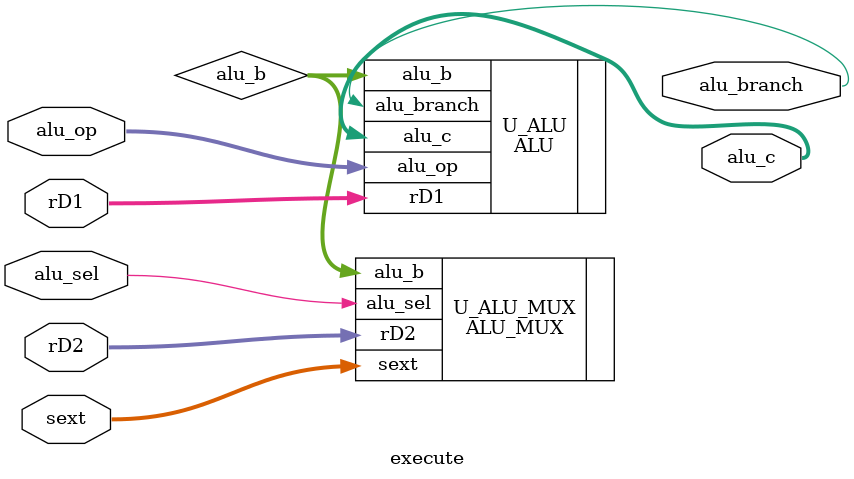
<source format=v>
`timescale 1ns / 1ps


module execute(
    input alu_sel,
    input [3:0] alu_op,
    input [31:0] rD1,
    input [31:0] rD2,
    input [31:0] sext,
    output reg alu_branch,
    output reg [31:0] alu_c
    );
    
    reg [31:0] alu_b;
    
    ALU_MUX U_ALU_MUX(
        .rD2(rD2),
        .sext(sext),
        .alu_sel(alu_sel),
        .alu_b(alu_b)
    );
    
    ALU U_ALU(
        .rD1(rD1),
        .alu_b(alu_b),
        .alu_op(alu_op),
        .alu_branch(alu_branch),
        .alu_c(alu_c)
    );
    
endmodule









</source>
